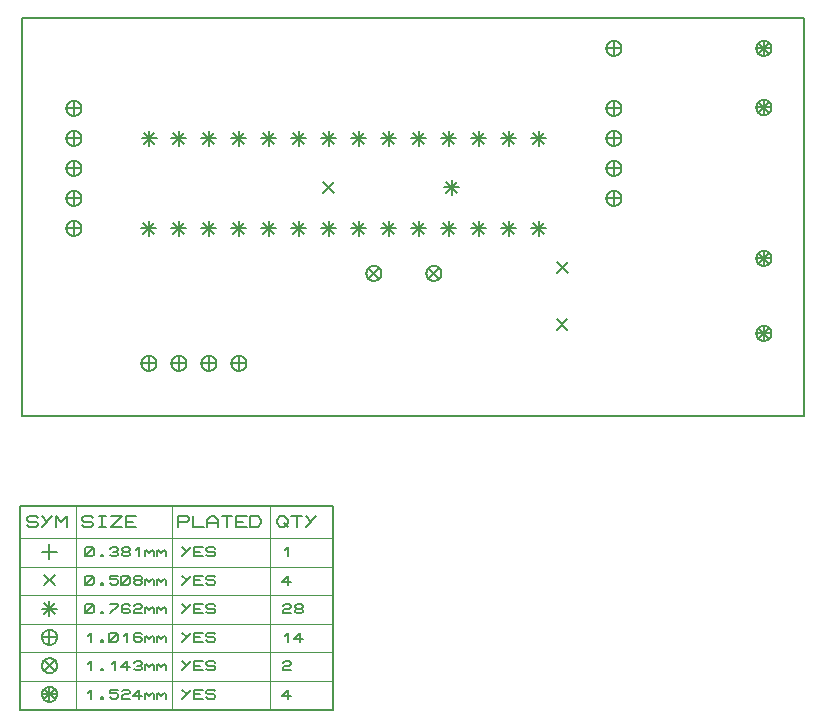
<source format=gbr>
G04 PROTEUS RS274X GERBER FILE*
%FSLAX45Y45*%
%MOMM*%
G01*
%ADD18C,0.203200*%
%ADD60C,0.127000*%
%ADD61C,0.063500*%
D18*
X+531044Y+6762722D02*
X+531044Y+6635722D01*
X+467544Y+6699222D02*
X+594544Y+6699222D01*
X+1424221Y+6062447D02*
X+1514023Y+5972645D01*
X+1424221Y+5972645D02*
X+1514023Y+6062447D01*
X+1422479Y+5581625D02*
X+1512281Y+5491823D01*
X+1422479Y+5491823D02*
X+1512281Y+5581625D01*
X+485362Y+6743342D02*
X+575164Y+6653540D01*
X+485362Y+6653540D02*
X+575164Y+6743342D01*
X-555541Y+6743342D02*
X-465739Y+6653540D01*
X-555541Y+6653540D02*
X-465739Y+6743342D01*
X-2603500Y+6350000D02*
X-2603717Y+6355247D01*
X-2605482Y+6365742D01*
X-2609174Y+6376237D01*
X-2615202Y+6386732D01*
X-2624424Y+6397112D01*
X-2634919Y+6404800D01*
X-2645414Y+6409718D01*
X-2655909Y+6412524D01*
X-2666404Y+6413497D01*
X-2667000Y+6413500D01*
X-2730500Y+6350000D02*
X-2730283Y+6355247D01*
X-2728518Y+6365742D01*
X-2724826Y+6376237D01*
X-2718798Y+6386732D01*
X-2709576Y+6397112D01*
X-2699081Y+6404800D01*
X-2688586Y+6409718D01*
X-2678091Y+6412524D01*
X-2667596Y+6413497D01*
X-2667000Y+6413500D01*
X-2730500Y+6350000D02*
X-2730283Y+6344753D01*
X-2728518Y+6334258D01*
X-2724826Y+6323763D01*
X-2718798Y+6313268D01*
X-2709576Y+6302888D01*
X-2699081Y+6295200D01*
X-2688586Y+6290282D01*
X-2678091Y+6287476D01*
X-2667596Y+6286503D01*
X-2667000Y+6286500D01*
X-2603500Y+6350000D02*
X-2603717Y+6344753D01*
X-2605482Y+6334258D01*
X-2609174Y+6323763D01*
X-2615202Y+6313268D01*
X-2624424Y+6302888D01*
X-2634919Y+6295200D01*
X-2645414Y+6290282D01*
X-2655909Y+6287476D01*
X-2666404Y+6286503D01*
X-2667000Y+6286500D01*
X-2667000Y+6413500D02*
X-2667000Y+6286500D01*
X-2730500Y+6350000D02*
X-2603500Y+6350000D01*
X-2603500Y+6604000D02*
X-2603717Y+6609247D01*
X-2605482Y+6619742D01*
X-2609174Y+6630237D01*
X-2615202Y+6640732D01*
X-2624424Y+6651112D01*
X-2634919Y+6658800D01*
X-2645414Y+6663718D01*
X-2655909Y+6666524D01*
X-2666404Y+6667497D01*
X-2667000Y+6667500D01*
X-2730500Y+6604000D02*
X-2730283Y+6609247D01*
X-2728518Y+6619742D01*
X-2724826Y+6630237D01*
X-2718798Y+6640732D01*
X-2709576Y+6651112D01*
X-2699081Y+6658800D01*
X-2688586Y+6663718D01*
X-2678091Y+6666524D01*
X-2667596Y+6667497D01*
X-2667000Y+6667500D01*
X-2730500Y+6604000D02*
X-2730283Y+6598753D01*
X-2728518Y+6588258D01*
X-2724826Y+6577763D01*
X-2718798Y+6567268D01*
X-2709576Y+6556888D01*
X-2699081Y+6549200D01*
X-2688586Y+6544282D01*
X-2678091Y+6541476D01*
X-2667596Y+6540503D01*
X-2667000Y+6540500D01*
X-2603500Y+6604000D02*
X-2603717Y+6598753D01*
X-2605482Y+6588258D01*
X-2609174Y+6577763D01*
X-2615202Y+6567268D01*
X-2624424Y+6556888D01*
X-2634919Y+6549200D01*
X-2645414Y+6544282D01*
X-2655909Y+6541476D01*
X-2666404Y+6540503D01*
X-2667000Y+6540500D01*
X-2667000Y+6667500D02*
X-2667000Y+6540500D01*
X-2730500Y+6604000D02*
X-2603500Y+6604000D01*
X-2603500Y+6858000D02*
X-2603717Y+6863247D01*
X-2605482Y+6873742D01*
X-2609174Y+6884237D01*
X-2615202Y+6894732D01*
X-2624424Y+6905112D01*
X-2634919Y+6912800D01*
X-2645414Y+6917718D01*
X-2655909Y+6920524D01*
X-2666404Y+6921497D01*
X-2667000Y+6921500D01*
X-2730500Y+6858000D02*
X-2730283Y+6863247D01*
X-2728518Y+6873742D01*
X-2724826Y+6884237D01*
X-2718798Y+6894732D01*
X-2709576Y+6905112D01*
X-2699081Y+6912800D01*
X-2688586Y+6917718D01*
X-2678091Y+6920524D01*
X-2667596Y+6921497D01*
X-2667000Y+6921500D01*
X-2730500Y+6858000D02*
X-2730283Y+6852753D01*
X-2728518Y+6842258D01*
X-2724826Y+6831763D01*
X-2718798Y+6821268D01*
X-2709576Y+6810888D01*
X-2699081Y+6803200D01*
X-2688586Y+6798282D01*
X-2678091Y+6795476D01*
X-2667596Y+6794503D01*
X-2667000Y+6794500D01*
X-2603500Y+6858000D02*
X-2603717Y+6852753D01*
X-2605482Y+6842258D01*
X-2609174Y+6831763D01*
X-2615202Y+6821268D01*
X-2624424Y+6810888D01*
X-2634919Y+6803200D01*
X-2645414Y+6798282D01*
X-2655909Y+6795476D01*
X-2666404Y+6794503D01*
X-2667000Y+6794500D01*
X-2667000Y+6921500D02*
X-2667000Y+6794500D01*
X-2730500Y+6858000D02*
X-2603500Y+6858000D01*
X-2603500Y+7112000D02*
X-2603717Y+7117247D01*
X-2605482Y+7127742D01*
X-2609174Y+7138237D01*
X-2615202Y+7148732D01*
X-2624424Y+7159112D01*
X-2634919Y+7166800D01*
X-2645414Y+7171718D01*
X-2655909Y+7174524D01*
X-2666404Y+7175497D01*
X-2667000Y+7175500D01*
X-2730500Y+7112000D02*
X-2730283Y+7117247D01*
X-2728518Y+7127742D01*
X-2724826Y+7138237D01*
X-2718798Y+7148732D01*
X-2709576Y+7159112D01*
X-2699081Y+7166800D01*
X-2688586Y+7171718D01*
X-2678091Y+7174524D01*
X-2667596Y+7175497D01*
X-2667000Y+7175500D01*
X-2730500Y+7112000D02*
X-2730283Y+7106753D01*
X-2728518Y+7096258D01*
X-2724826Y+7085763D01*
X-2718798Y+7075268D01*
X-2709576Y+7064888D01*
X-2699081Y+7057200D01*
X-2688586Y+7052282D01*
X-2678091Y+7049476D01*
X-2667596Y+7048503D01*
X-2667000Y+7048500D01*
X-2603500Y+7112000D02*
X-2603717Y+7106753D01*
X-2605482Y+7096258D01*
X-2609174Y+7085763D01*
X-2615202Y+7075268D01*
X-2624424Y+7064888D01*
X-2634919Y+7057200D01*
X-2645414Y+7052282D01*
X-2655909Y+7049476D01*
X-2666404Y+7048503D01*
X-2667000Y+7048500D01*
X-2667000Y+7175500D02*
X-2667000Y+7048500D01*
X-2730500Y+7112000D02*
X-2603500Y+7112000D01*
X-2603500Y+7366000D02*
X-2603717Y+7371247D01*
X-2605482Y+7381742D01*
X-2609174Y+7392237D01*
X-2615202Y+7402732D01*
X-2624424Y+7413112D01*
X-2634919Y+7420800D01*
X-2645414Y+7425718D01*
X-2655909Y+7428524D01*
X-2666404Y+7429497D01*
X-2667000Y+7429500D01*
X-2730500Y+7366000D02*
X-2730283Y+7371247D01*
X-2728518Y+7381742D01*
X-2724826Y+7392237D01*
X-2718798Y+7402732D01*
X-2709576Y+7413112D01*
X-2699081Y+7420800D01*
X-2688586Y+7425718D01*
X-2678091Y+7428524D01*
X-2667596Y+7429497D01*
X-2667000Y+7429500D01*
X-2730500Y+7366000D02*
X-2730283Y+7360753D01*
X-2728518Y+7350258D01*
X-2724826Y+7339763D01*
X-2718798Y+7329268D01*
X-2709576Y+7318888D01*
X-2699081Y+7311200D01*
X-2688586Y+7306282D01*
X-2678091Y+7303476D01*
X-2667596Y+7302503D01*
X-2667000Y+7302500D01*
X-2603500Y+7366000D02*
X-2603717Y+7360753D01*
X-2605482Y+7350258D01*
X-2609174Y+7339763D01*
X-2615202Y+7329268D01*
X-2624424Y+7318888D01*
X-2634919Y+7311200D01*
X-2645414Y+7306282D01*
X-2655909Y+7303476D01*
X-2666404Y+7302503D01*
X-2667000Y+7302500D01*
X-2667000Y+7429500D02*
X-2667000Y+7302500D01*
X-2730500Y+7366000D02*
X-2603500Y+7366000D01*
X+1968500Y+6604000D02*
X+1968283Y+6609247D01*
X+1966518Y+6619742D01*
X+1962826Y+6630237D01*
X+1956798Y+6640732D01*
X+1947576Y+6651112D01*
X+1937081Y+6658800D01*
X+1926586Y+6663718D01*
X+1916091Y+6666524D01*
X+1905596Y+6667497D01*
X+1905000Y+6667500D01*
X+1841500Y+6604000D02*
X+1841717Y+6609247D01*
X+1843482Y+6619742D01*
X+1847174Y+6630237D01*
X+1853202Y+6640732D01*
X+1862424Y+6651112D01*
X+1872919Y+6658800D01*
X+1883414Y+6663718D01*
X+1893909Y+6666524D01*
X+1904404Y+6667497D01*
X+1905000Y+6667500D01*
X+1841500Y+6604000D02*
X+1841717Y+6598753D01*
X+1843482Y+6588258D01*
X+1847174Y+6577763D01*
X+1853202Y+6567268D01*
X+1862424Y+6556888D01*
X+1872919Y+6549200D01*
X+1883414Y+6544282D01*
X+1893909Y+6541476D01*
X+1904404Y+6540503D01*
X+1905000Y+6540500D01*
X+1968500Y+6604000D02*
X+1968283Y+6598753D01*
X+1966518Y+6588258D01*
X+1962826Y+6577763D01*
X+1956798Y+6567268D01*
X+1947576Y+6556888D01*
X+1937081Y+6549200D01*
X+1926586Y+6544282D01*
X+1916091Y+6541476D01*
X+1905596Y+6540503D01*
X+1905000Y+6540500D01*
X+1905000Y+6667500D02*
X+1905000Y+6540500D01*
X+1841500Y+6604000D02*
X+1968500Y+6604000D01*
X+1968500Y+6858000D02*
X+1968283Y+6863247D01*
X+1966518Y+6873742D01*
X+1962826Y+6884237D01*
X+1956798Y+6894732D01*
X+1947576Y+6905112D01*
X+1937081Y+6912800D01*
X+1926586Y+6917718D01*
X+1916091Y+6920524D01*
X+1905596Y+6921497D01*
X+1905000Y+6921500D01*
X+1841500Y+6858000D02*
X+1841717Y+6863247D01*
X+1843482Y+6873742D01*
X+1847174Y+6884237D01*
X+1853202Y+6894732D01*
X+1862424Y+6905112D01*
X+1872919Y+6912800D01*
X+1883414Y+6917718D01*
X+1893909Y+6920524D01*
X+1904404Y+6921497D01*
X+1905000Y+6921500D01*
X+1841500Y+6858000D02*
X+1841717Y+6852753D01*
X+1843482Y+6842258D01*
X+1847174Y+6831763D01*
X+1853202Y+6821268D01*
X+1862424Y+6810888D01*
X+1872919Y+6803200D01*
X+1883414Y+6798282D01*
X+1893909Y+6795476D01*
X+1904404Y+6794503D01*
X+1905000Y+6794500D01*
X+1968500Y+6858000D02*
X+1968283Y+6852753D01*
X+1966518Y+6842258D01*
X+1962826Y+6831763D01*
X+1956798Y+6821268D01*
X+1947576Y+6810888D01*
X+1937081Y+6803200D01*
X+1926586Y+6798282D01*
X+1916091Y+6795476D01*
X+1905596Y+6794503D01*
X+1905000Y+6794500D01*
X+1905000Y+6921500D02*
X+1905000Y+6794500D01*
X+1841500Y+6858000D02*
X+1968500Y+6858000D01*
X+1968500Y+7366000D02*
X+1968283Y+7371247D01*
X+1966518Y+7381742D01*
X+1962826Y+7392237D01*
X+1956798Y+7402732D01*
X+1947576Y+7413112D01*
X+1937081Y+7420800D01*
X+1926586Y+7425718D01*
X+1916091Y+7428524D01*
X+1905596Y+7429497D01*
X+1905000Y+7429500D01*
X+1841500Y+7366000D02*
X+1841717Y+7371247D01*
X+1843482Y+7381742D01*
X+1847174Y+7392237D01*
X+1853202Y+7402732D01*
X+1862424Y+7413112D01*
X+1872919Y+7420800D01*
X+1883414Y+7425718D01*
X+1893909Y+7428524D01*
X+1904404Y+7429497D01*
X+1905000Y+7429500D01*
X+1841500Y+7366000D02*
X+1841717Y+7360753D01*
X+1843482Y+7350258D01*
X+1847174Y+7339763D01*
X+1853202Y+7329268D01*
X+1862424Y+7318888D01*
X+1872919Y+7311200D01*
X+1883414Y+7306282D01*
X+1893909Y+7303476D01*
X+1904404Y+7302503D01*
X+1905000Y+7302500D01*
X+1968500Y+7366000D02*
X+1968283Y+7360753D01*
X+1966518Y+7350258D01*
X+1962826Y+7339763D01*
X+1956798Y+7329268D01*
X+1947576Y+7318888D01*
X+1937081Y+7311200D01*
X+1926586Y+7306282D01*
X+1916091Y+7303476D01*
X+1905596Y+7302503D01*
X+1905000Y+7302500D01*
X+1905000Y+7429500D02*
X+1905000Y+7302500D01*
X+1841500Y+7366000D02*
X+1968500Y+7366000D01*
X+1968500Y+7112000D02*
X+1968283Y+7117247D01*
X+1966518Y+7127742D01*
X+1962826Y+7138237D01*
X+1956798Y+7148732D01*
X+1947576Y+7159112D01*
X+1937081Y+7166800D01*
X+1926586Y+7171718D01*
X+1916091Y+7174524D01*
X+1905596Y+7175497D01*
X+1905000Y+7175500D01*
X+1841500Y+7112000D02*
X+1841717Y+7117247D01*
X+1843482Y+7127742D01*
X+1847174Y+7138237D01*
X+1853202Y+7148732D01*
X+1862424Y+7159112D01*
X+1872919Y+7166800D01*
X+1883414Y+7171718D01*
X+1893909Y+7174524D01*
X+1904404Y+7175497D01*
X+1905000Y+7175500D01*
X+1841500Y+7112000D02*
X+1841717Y+7106753D01*
X+1843482Y+7096258D01*
X+1847174Y+7085763D01*
X+1853202Y+7075268D01*
X+1862424Y+7064888D01*
X+1872919Y+7057200D01*
X+1883414Y+7052282D01*
X+1893909Y+7049476D01*
X+1904404Y+7048503D01*
X+1905000Y+7048500D01*
X+1968500Y+7112000D02*
X+1968283Y+7106753D01*
X+1966518Y+7096258D01*
X+1962826Y+7085763D01*
X+1956798Y+7075268D01*
X+1947576Y+7064888D01*
X+1937081Y+7057200D01*
X+1926586Y+7052282D01*
X+1916091Y+7049476D01*
X+1905596Y+7048503D01*
X+1905000Y+7048500D01*
X+1905000Y+7175500D02*
X+1905000Y+7048500D01*
X+1841500Y+7112000D02*
X+1968500Y+7112000D01*
X-63500Y+5969000D02*
X-63717Y+5974247D01*
X-65482Y+5984742D01*
X-69174Y+5995237D01*
X-75202Y+6005732D01*
X-84424Y+6016112D01*
X-94919Y+6023800D01*
X-105414Y+6028718D01*
X-115909Y+6031524D01*
X-126404Y+6032497D01*
X-127000Y+6032500D01*
X-190500Y+5969000D02*
X-190283Y+5974247D01*
X-188518Y+5984742D01*
X-184826Y+5995237D01*
X-178798Y+6005732D01*
X-169576Y+6016112D01*
X-159081Y+6023800D01*
X-148586Y+6028718D01*
X-138091Y+6031524D01*
X-127596Y+6032497D01*
X-127000Y+6032500D01*
X-190500Y+5969000D02*
X-190283Y+5963753D01*
X-188518Y+5953258D01*
X-184826Y+5942763D01*
X-178798Y+5932268D01*
X-169576Y+5921888D01*
X-159081Y+5914200D01*
X-148586Y+5909282D01*
X-138091Y+5906476D01*
X-127596Y+5905503D01*
X-127000Y+5905500D01*
X-63500Y+5969000D02*
X-63717Y+5963753D01*
X-65482Y+5953258D01*
X-69174Y+5942763D01*
X-75202Y+5932268D01*
X-84424Y+5921888D01*
X-94919Y+5914200D01*
X-105414Y+5909282D01*
X-115909Y+5906476D01*
X-126404Y+5905503D01*
X-127000Y+5905500D01*
X-171901Y+6013901D02*
X-82099Y+5924099D01*
X-171901Y+5924099D02*
X-82099Y+6013901D01*
X+444500Y+5969000D02*
X+444283Y+5974247D01*
X+442518Y+5984742D01*
X+438826Y+5995237D01*
X+432798Y+6005732D01*
X+423576Y+6016112D01*
X+413081Y+6023800D01*
X+402586Y+6028718D01*
X+392091Y+6031524D01*
X+381596Y+6032497D01*
X+381000Y+6032500D01*
X+317500Y+5969000D02*
X+317717Y+5974247D01*
X+319482Y+5984742D01*
X+323174Y+5995237D01*
X+329202Y+6005732D01*
X+338424Y+6016112D01*
X+348919Y+6023800D01*
X+359414Y+6028718D01*
X+369909Y+6031524D01*
X+380404Y+6032497D01*
X+381000Y+6032500D01*
X+317500Y+5969000D02*
X+317717Y+5963753D01*
X+319482Y+5953258D01*
X+323174Y+5942763D01*
X+329202Y+5932268D01*
X+338424Y+5921888D01*
X+348919Y+5914200D01*
X+359414Y+5909282D01*
X+369909Y+5906476D01*
X+380404Y+5905503D01*
X+381000Y+5905500D01*
X+444500Y+5969000D02*
X+444283Y+5963753D01*
X+442518Y+5953258D01*
X+438826Y+5942763D01*
X+432798Y+5932268D01*
X+423576Y+5921888D01*
X+413081Y+5914200D01*
X+402586Y+5909282D01*
X+392091Y+5906476D01*
X+381596Y+5905503D01*
X+381000Y+5905500D01*
X+336099Y+6013901D02*
X+425901Y+5924099D01*
X+336099Y+5924099D02*
X+425901Y+6013901D01*
X-2032000Y+6413500D02*
X-2032000Y+6286500D01*
X-2095500Y+6350000D02*
X-1968500Y+6350000D01*
X-2076901Y+6394901D02*
X-1987099Y+6305099D01*
X-2076901Y+6305099D02*
X-1987099Y+6394901D01*
X-1778000Y+6413500D02*
X-1778000Y+6286500D01*
X-1841500Y+6350000D02*
X-1714500Y+6350000D01*
X-1822901Y+6394901D02*
X-1733099Y+6305099D01*
X-1822901Y+6305099D02*
X-1733099Y+6394901D01*
X-1524000Y+6413500D02*
X-1524000Y+6286500D01*
X-1587500Y+6350000D02*
X-1460500Y+6350000D01*
X-1568901Y+6394901D02*
X-1479099Y+6305099D01*
X-1568901Y+6305099D02*
X-1479099Y+6394901D01*
X-1270000Y+6413500D02*
X-1270000Y+6286500D01*
X-1333500Y+6350000D02*
X-1206500Y+6350000D01*
X-1314901Y+6394901D02*
X-1225099Y+6305099D01*
X-1314901Y+6305099D02*
X-1225099Y+6394901D01*
X-1016000Y+6413500D02*
X-1016000Y+6286500D01*
X-1079500Y+6350000D02*
X-952500Y+6350000D01*
X-1060901Y+6394901D02*
X-971099Y+6305099D01*
X-1060901Y+6305099D02*
X-971099Y+6394901D01*
X-762000Y+6413500D02*
X-762000Y+6286500D01*
X-825500Y+6350000D02*
X-698500Y+6350000D01*
X-806901Y+6394901D02*
X-717099Y+6305099D01*
X-806901Y+6305099D02*
X-717099Y+6394901D01*
X-508000Y+6413500D02*
X-508000Y+6286500D01*
X-571500Y+6350000D02*
X-444500Y+6350000D01*
X-552901Y+6394901D02*
X-463099Y+6305099D01*
X-552901Y+6305099D02*
X-463099Y+6394901D01*
X-254000Y+6413500D02*
X-254000Y+6286500D01*
X-317500Y+6350000D02*
X-190500Y+6350000D01*
X-298901Y+6394901D02*
X-209099Y+6305099D01*
X-298901Y+6305099D02*
X-209099Y+6394901D01*
X+0Y+6413500D02*
X+0Y+6286500D01*
X-63500Y+6350000D02*
X+63500Y+6350000D01*
X-44901Y+6394901D02*
X+44901Y+6305099D01*
X-44901Y+6305099D02*
X+44901Y+6394901D01*
X+254000Y+6413500D02*
X+254000Y+6286500D01*
X+190500Y+6350000D02*
X+317500Y+6350000D01*
X+209099Y+6394901D02*
X+298901Y+6305099D01*
X+209099Y+6305099D02*
X+298901Y+6394901D01*
X+508000Y+6413500D02*
X+508000Y+6286500D01*
X+444500Y+6350000D02*
X+571500Y+6350000D01*
X+463099Y+6394901D02*
X+552901Y+6305099D01*
X+463099Y+6305099D02*
X+552901Y+6394901D01*
X+762000Y+6413500D02*
X+762000Y+6286500D01*
X+698500Y+6350000D02*
X+825500Y+6350000D01*
X+717099Y+6394901D02*
X+806901Y+6305099D01*
X+717099Y+6305099D02*
X+806901Y+6394901D01*
X+1016000Y+6413500D02*
X+1016000Y+6286500D01*
X+952500Y+6350000D02*
X+1079500Y+6350000D01*
X+971099Y+6394901D02*
X+1060901Y+6305099D01*
X+971099Y+6305099D02*
X+1060901Y+6394901D01*
X+1270000Y+6413500D02*
X+1270000Y+6286500D01*
X+1206500Y+6350000D02*
X+1333500Y+6350000D01*
X+1225099Y+6394901D02*
X+1314901Y+6305099D01*
X+1225099Y+6305099D02*
X+1314901Y+6394901D01*
X+1270000Y+7175500D02*
X+1270000Y+7048500D01*
X+1206500Y+7112000D02*
X+1333500Y+7112000D01*
X+1225099Y+7156901D02*
X+1314901Y+7067099D01*
X+1225099Y+7067099D02*
X+1314901Y+7156901D01*
X+1016000Y+7175500D02*
X+1016000Y+7048500D01*
X+952500Y+7112000D02*
X+1079500Y+7112000D01*
X+971099Y+7156901D02*
X+1060901Y+7067099D01*
X+971099Y+7067099D02*
X+1060901Y+7156901D01*
X+762000Y+7175500D02*
X+762000Y+7048500D01*
X+698500Y+7112000D02*
X+825500Y+7112000D01*
X+717099Y+7156901D02*
X+806901Y+7067099D01*
X+717099Y+7067099D02*
X+806901Y+7156901D01*
X+508000Y+7175500D02*
X+508000Y+7048500D01*
X+444500Y+7112000D02*
X+571500Y+7112000D01*
X+463099Y+7156901D02*
X+552901Y+7067099D01*
X+463099Y+7067099D02*
X+552901Y+7156901D01*
X+254000Y+7175500D02*
X+254000Y+7048500D01*
X+190500Y+7112000D02*
X+317500Y+7112000D01*
X+209099Y+7156901D02*
X+298901Y+7067099D01*
X+209099Y+7067099D02*
X+298901Y+7156901D01*
X+0Y+7175500D02*
X+0Y+7048500D01*
X-63500Y+7112000D02*
X+63500Y+7112000D01*
X-44901Y+7156901D02*
X+44901Y+7067099D01*
X-44901Y+7067099D02*
X+44901Y+7156901D01*
X-254000Y+7175500D02*
X-254000Y+7048500D01*
X-317500Y+7112000D02*
X-190500Y+7112000D01*
X-298901Y+7156901D02*
X-209099Y+7067099D01*
X-298901Y+7067099D02*
X-209099Y+7156901D01*
X-508000Y+7175500D02*
X-508000Y+7048500D01*
X-571500Y+7112000D02*
X-444500Y+7112000D01*
X-552901Y+7156901D02*
X-463099Y+7067099D01*
X-552901Y+7067099D02*
X-463099Y+7156901D01*
X-762000Y+7175500D02*
X-762000Y+7048500D01*
X-825500Y+7112000D02*
X-698500Y+7112000D01*
X-806901Y+7156901D02*
X-717099Y+7067099D01*
X-806901Y+7067099D02*
X-717099Y+7156901D01*
X-1016000Y+7175500D02*
X-1016000Y+7048500D01*
X-1079500Y+7112000D02*
X-952500Y+7112000D01*
X-1060901Y+7156901D02*
X-971099Y+7067099D01*
X-1060901Y+7067099D02*
X-971099Y+7156901D01*
X-1270000Y+7175500D02*
X-1270000Y+7048500D01*
X-1333500Y+7112000D02*
X-1206500Y+7112000D01*
X-1314901Y+7156901D02*
X-1225099Y+7067099D01*
X-1314901Y+7067099D02*
X-1225099Y+7156901D01*
X-1524000Y+7175500D02*
X-1524000Y+7048500D01*
X-1587500Y+7112000D02*
X-1460500Y+7112000D01*
X-1568901Y+7156901D02*
X-1479099Y+7067099D01*
X-1568901Y+7067099D02*
X-1479099Y+7156901D01*
X-1778000Y+7175500D02*
X-1778000Y+7048500D01*
X-1841500Y+7112000D02*
X-1714500Y+7112000D01*
X-1822901Y+7156901D02*
X-1733099Y+7067099D01*
X-1822901Y+7067099D02*
X-1733099Y+7156901D01*
X-2030000Y+7175500D02*
X-2030000Y+7048500D01*
X-2093500Y+7112000D02*
X-1966500Y+7112000D01*
X-2074901Y+7156901D02*
X-1985099Y+7067099D01*
X-2074901Y+7067099D02*
X-1985099Y+7156901D01*
X-1714500Y+5207000D02*
X-1714717Y+5212247D01*
X-1716482Y+5222742D01*
X-1720174Y+5233237D01*
X-1726202Y+5243732D01*
X-1735424Y+5254112D01*
X-1745919Y+5261800D01*
X-1756414Y+5266718D01*
X-1766909Y+5269524D01*
X-1777404Y+5270497D01*
X-1778000Y+5270500D01*
X-1841500Y+5207000D02*
X-1841283Y+5212247D01*
X-1839518Y+5222742D01*
X-1835826Y+5233237D01*
X-1829798Y+5243732D01*
X-1820576Y+5254112D01*
X-1810081Y+5261800D01*
X-1799586Y+5266718D01*
X-1789091Y+5269524D01*
X-1778596Y+5270497D01*
X-1778000Y+5270500D01*
X-1841500Y+5207000D02*
X-1841283Y+5201753D01*
X-1839518Y+5191258D01*
X-1835826Y+5180763D01*
X-1829798Y+5170268D01*
X-1820576Y+5159888D01*
X-1810081Y+5152200D01*
X-1799586Y+5147282D01*
X-1789091Y+5144476D01*
X-1778596Y+5143503D01*
X-1778000Y+5143500D01*
X-1714500Y+5207000D02*
X-1714717Y+5201753D01*
X-1716482Y+5191258D01*
X-1720174Y+5180763D01*
X-1726202Y+5170268D01*
X-1735424Y+5159888D01*
X-1745919Y+5152200D01*
X-1756414Y+5147282D01*
X-1766909Y+5144476D01*
X-1777404Y+5143503D01*
X-1778000Y+5143500D01*
X-1778000Y+5270500D02*
X-1778000Y+5143500D01*
X-1841500Y+5207000D02*
X-1714500Y+5207000D01*
X-1460500Y+5207000D02*
X-1460717Y+5212247D01*
X-1462482Y+5222742D01*
X-1466174Y+5233237D01*
X-1472202Y+5243732D01*
X-1481424Y+5254112D01*
X-1491919Y+5261800D01*
X-1502414Y+5266718D01*
X-1512909Y+5269524D01*
X-1523404Y+5270497D01*
X-1524000Y+5270500D01*
X-1587500Y+5207000D02*
X-1587283Y+5212247D01*
X-1585518Y+5222742D01*
X-1581826Y+5233237D01*
X-1575798Y+5243732D01*
X-1566576Y+5254112D01*
X-1556081Y+5261800D01*
X-1545586Y+5266718D01*
X-1535091Y+5269524D01*
X-1524596Y+5270497D01*
X-1524000Y+5270500D01*
X-1587500Y+5207000D02*
X-1587283Y+5201753D01*
X-1585518Y+5191258D01*
X-1581826Y+5180763D01*
X-1575798Y+5170268D01*
X-1566576Y+5159888D01*
X-1556081Y+5152200D01*
X-1545586Y+5147282D01*
X-1535091Y+5144476D01*
X-1524596Y+5143503D01*
X-1524000Y+5143500D01*
X-1460500Y+5207000D02*
X-1460717Y+5201753D01*
X-1462482Y+5191258D01*
X-1466174Y+5180763D01*
X-1472202Y+5170268D01*
X-1481424Y+5159888D01*
X-1491919Y+5152200D01*
X-1502414Y+5147282D01*
X-1512909Y+5144476D01*
X-1523404Y+5143503D01*
X-1524000Y+5143500D01*
X-1524000Y+5270500D02*
X-1524000Y+5143500D01*
X-1587500Y+5207000D02*
X-1460500Y+5207000D01*
X-1206500Y+5207000D02*
X-1206717Y+5212247D01*
X-1208482Y+5222742D01*
X-1212174Y+5233237D01*
X-1218202Y+5243732D01*
X-1227424Y+5254112D01*
X-1237919Y+5261800D01*
X-1248414Y+5266718D01*
X-1258909Y+5269524D01*
X-1269404Y+5270497D01*
X-1270000Y+5270500D01*
X-1333500Y+5207000D02*
X-1333283Y+5212247D01*
X-1331518Y+5222742D01*
X-1327826Y+5233237D01*
X-1321798Y+5243732D01*
X-1312576Y+5254112D01*
X-1302081Y+5261800D01*
X-1291586Y+5266718D01*
X-1281091Y+5269524D01*
X-1270596Y+5270497D01*
X-1270000Y+5270500D01*
X-1333500Y+5207000D02*
X-1333283Y+5201753D01*
X-1331518Y+5191258D01*
X-1327826Y+5180763D01*
X-1321798Y+5170268D01*
X-1312576Y+5159888D01*
X-1302081Y+5152200D01*
X-1291586Y+5147282D01*
X-1281091Y+5144476D01*
X-1270596Y+5143503D01*
X-1270000Y+5143500D01*
X-1206500Y+5207000D02*
X-1206717Y+5201753D01*
X-1208482Y+5191258D01*
X-1212174Y+5180763D01*
X-1218202Y+5170268D01*
X-1227424Y+5159888D01*
X-1237919Y+5152200D01*
X-1248414Y+5147282D01*
X-1258909Y+5144476D01*
X-1269404Y+5143503D01*
X-1270000Y+5143500D01*
X-1270000Y+5270500D02*
X-1270000Y+5143500D01*
X-1333500Y+5207000D02*
X-1206500Y+5207000D01*
X+1968500Y+7874000D02*
X+1968283Y+7879247D01*
X+1966518Y+7889742D01*
X+1962826Y+7900237D01*
X+1956798Y+7910732D01*
X+1947576Y+7921112D01*
X+1937081Y+7928800D01*
X+1926586Y+7933718D01*
X+1916091Y+7936524D01*
X+1905596Y+7937497D01*
X+1905000Y+7937500D01*
X+1841500Y+7874000D02*
X+1841717Y+7879247D01*
X+1843482Y+7889742D01*
X+1847174Y+7900237D01*
X+1853202Y+7910732D01*
X+1862424Y+7921112D01*
X+1872919Y+7928800D01*
X+1883414Y+7933718D01*
X+1893909Y+7936524D01*
X+1904404Y+7937497D01*
X+1905000Y+7937500D01*
X+1841500Y+7874000D02*
X+1841717Y+7868753D01*
X+1843482Y+7858258D01*
X+1847174Y+7847763D01*
X+1853202Y+7837268D01*
X+1862424Y+7826888D01*
X+1872919Y+7819200D01*
X+1883414Y+7814282D01*
X+1893909Y+7811476D01*
X+1904404Y+7810503D01*
X+1905000Y+7810500D01*
X+1968500Y+7874000D02*
X+1968283Y+7868753D01*
X+1966518Y+7858258D01*
X+1962826Y+7847763D01*
X+1956798Y+7837268D01*
X+1947576Y+7826888D01*
X+1937081Y+7819200D01*
X+1926586Y+7814282D01*
X+1916091Y+7811476D01*
X+1905596Y+7810503D01*
X+1905000Y+7810500D01*
X+1905000Y+7937500D02*
X+1905000Y+7810500D01*
X+1841500Y+7874000D02*
X+1968500Y+7874000D01*
X-1968500Y+5207000D02*
X-1968717Y+5212247D01*
X-1970482Y+5222742D01*
X-1974174Y+5233237D01*
X-1980202Y+5243732D01*
X-1989424Y+5254112D01*
X-1999919Y+5261800D01*
X-2010414Y+5266718D01*
X-2020909Y+5269524D01*
X-2031404Y+5270497D01*
X-2032000Y+5270500D01*
X-2095500Y+5207000D02*
X-2095283Y+5212247D01*
X-2093518Y+5222742D01*
X-2089826Y+5233237D01*
X-2083798Y+5243732D01*
X-2074576Y+5254112D01*
X-2064081Y+5261800D01*
X-2053586Y+5266718D01*
X-2043091Y+5269524D01*
X-2032596Y+5270497D01*
X-2032000Y+5270500D01*
X-2095500Y+5207000D02*
X-2095283Y+5201753D01*
X-2093518Y+5191258D01*
X-2089826Y+5180763D01*
X-2083798Y+5170268D01*
X-2074576Y+5159888D01*
X-2064081Y+5152200D01*
X-2053586Y+5147282D01*
X-2043091Y+5144476D01*
X-2032596Y+5143503D01*
X-2032000Y+5143500D01*
X-1968500Y+5207000D02*
X-1968717Y+5201753D01*
X-1970482Y+5191258D01*
X-1974174Y+5180763D01*
X-1980202Y+5170268D01*
X-1989424Y+5159888D01*
X-1999919Y+5152200D01*
X-2010414Y+5147282D01*
X-2020909Y+5144476D01*
X-2031404Y+5143503D01*
X-2032000Y+5143500D01*
X-2032000Y+5270500D02*
X-2032000Y+5143500D01*
X-2095500Y+5207000D02*
X-1968500Y+5207000D01*
X+3238500Y+7374000D02*
X+3238283Y+7379247D01*
X+3236518Y+7389742D01*
X+3232826Y+7400237D01*
X+3226798Y+7410732D01*
X+3217576Y+7421112D01*
X+3207081Y+7428800D01*
X+3196586Y+7433718D01*
X+3186091Y+7436524D01*
X+3175596Y+7437497D01*
X+3175000Y+7437500D01*
X+3111500Y+7374000D02*
X+3111717Y+7379247D01*
X+3113482Y+7389742D01*
X+3117174Y+7400237D01*
X+3123202Y+7410732D01*
X+3132424Y+7421112D01*
X+3142919Y+7428800D01*
X+3153414Y+7433718D01*
X+3163909Y+7436524D01*
X+3174404Y+7437497D01*
X+3175000Y+7437500D01*
X+3111500Y+7374000D02*
X+3111717Y+7368753D01*
X+3113482Y+7358258D01*
X+3117174Y+7347763D01*
X+3123202Y+7337268D01*
X+3132424Y+7326888D01*
X+3142919Y+7319200D01*
X+3153414Y+7314282D01*
X+3163909Y+7311476D01*
X+3174404Y+7310503D01*
X+3175000Y+7310500D01*
X+3238500Y+7374000D02*
X+3238283Y+7368753D01*
X+3236518Y+7358258D01*
X+3232826Y+7347763D01*
X+3226798Y+7337268D01*
X+3217576Y+7326888D01*
X+3207081Y+7319200D01*
X+3196586Y+7314282D01*
X+3186091Y+7311476D01*
X+3175596Y+7310503D01*
X+3175000Y+7310500D01*
X+3175000Y+7437500D02*
X+3175000Y+7310500D01*
X+3111500Y+7374000D02*
X+3238500Y+7374000D01*
X+3238283Y+7379247D01*
X+3236518Y+7389742D01*
X+3232826Y+7400237D01*
X+3226798Y+7410732D01*
X+3217576Y+7421112D01*
X+3207081Y+7428800D01*
X+3196586Y+7433718D01*
X+3186091Y+7436524D01*
X+3175596Y+7437497D01*
X+3175000Y+7437500D01*
X+3111500Y+7374000D02*
X+3111717Y+7379247D01*
X+3113482Y+7389742D01*
X+3117174Y+7400237D01*
X+3123202Y+7410732D01*
X+3132424Y+7421112D01*
X+3142919Y+7428800D01*
X+3153414Y+7433718D01*
X+3163909Y+7436524D01*
X+3174404Y+7437497D01*
X+3175000Y+7437500D01*
X+3111500Y+7374000D02*
X+3111717Y+7368753D01*
X+3113482Y+7358258D01*
X+3117174Y+7347763D01*
X+3123202Y+7337268D01*
X+3132424Y+7326888D01*
X+3142919Y+7319200D01*
X+3153414Y+7314282D01*
X+3163909Y+7311476D01*
X+3174404Y+7310503D01*
X+3175000Y+7310500D01*
X+3238500Y+7374000D02*
X+3238283Y+7368753D01*
X+3236518Y+7358258D01*
X+3232826Y+7347763D01*
X+3226798Y+7337268D01*
X+3217576Y+7326888D01*
X+3207081Y+7319200D01*
X+3196586Y+7314282D01*
X+3186091Y+7311476D01*
X+3175596Y+7310503D01*
X+3175000Y+7310500D01*
X+3130099Y+7418901D02*
X+3219901Y+7329099D01*
X+3130099Y+7329099D02*
X+3219901Y+7418901D01*
X+3238500Y+7874000D02*
X+3238283Y+7879247D01*
X+3236518Y+7889742D01*
X+3232826Y+7900237D01*
X+3226798Y+7910732D01*
X+3217576Y+7921112D01*
X+3207081Y+7928800D01*
X+3196586Y+7933718D01*
X+3186091Y+7936524D01*
X+3175596Y+7937497D01*
X+3175000Y+7937500D01*
X+3111500Y+7874000D02*
X+3111717Y+7879247D01*
X+3113482Y+7889742D01*
X+3117174Y+7900237D01*
X+3123202Y+7910732D01*
X+3132424Y+7921112D01*
X+3142919Y+7928800D01*
X+3153414Y+7933718D01*
X+3163909Y+7936524D01*
X+3174404Y+7937497D01*
X+3175000Y+7937500D01*
X+3111500Y+7874000D02*
X+3111717Y+7868753D01*
X+3113482Y+7858258D01*
X+3117174Y+7847763D01*
X+3123202Y+7837268D01*
X+3132424Y+7826888D01*
X+3142919Y+7819200D01*
X+3153414Y+7814282D01*
X+3163909Y+7811476D01*
X+3174404Y+7810503D01*
X+3175000Y+7810500D01*
X+3238500Y+7874000D02*
X+3238283Y+7868753D01*
X+3236518Y+7858258D01*
X+3232826Y+7847763D01*
X+3226798Y+7837268D01*
X+3217576Y+7826888D01*
X+3207081Y+7819200D01*
X+3196586Y+7814282D01*
X+3186091Y+7811476D01*
X+3175596Y+7810503D01*
X+3175000Y+7810500D01*
X+3175000Y+7937500D02*
X+3175000Y+7810500D01*
X+3111500Y+7874000D02*
X+3238500Y+7874000D01*
X+3238283Y+7879247D01*
X+3236518Y+7889742D01*
X+3232826Y+7900237D01*
X+3226798Y+7910732D01*
X+3217576Y+7921112D01*
X+3207081Y+7928800D01*
X+3196586Y+7933718D01*
X+3186091Y+7936524D01*
X+3175596Y+7937497D01*
X+3175000Y+7937500D01*
X+3111500Y+7874000D02*
X+3111717Y+7879247D01*
X+3113482Y+7889742D01*
X+3117174Y+7900237D01*
X+3123202Y+7910732D01*
X+3132424Y+7921112D01*
X+3142919Y+7928800D01*
X+3153414Y+7933718D01*
X+3163909Y+7936524D01*
X+3174404Y+7937497D01*
X+3175000Y+7937500D01*
X+3111500Y+7874000D02*
X+3111717Y+7868753D01*
X+3113482Y+7858258D01*
X+3117174Y+7847763D01*
X+3123202Y+7837268D01*
X+3132424Y+7826888D01*
X+3142919Y+7819200D01*
X+3153414Y+7814282D01*
X+3163909Y+7811476D01*
X+3174404Y+7810503D01*
X+3175000Y+7810500D01*
X+3238500Y+7874000D02*
X+3238283Y+7868753D01*
X+3236518Y+7858258D01*
X+3232826Y+7847763D01*
X+3226798Y+7837268D01*
X+3217576Y+7826888D01*
X+3207081Y+7819200D01*
X+3196586Y+7814282D01*
X+3186091Y+7811476D01*
X+3175596Y+7810503D01*
X+3175000Y+7810500D01*
X+3130099Y+7918901D02*
X+3219901Y+7829099D01*
X+3130099Y+7829099D02*
X+3219901Y+7918901D01*
X+3238500Y+6096000D02*
X+3238283Y+6101247D01*
X+3236518Y+6111742D01*
X+3232826Y+6122237D01*
X+3226798Y+6132732D01*
X+3217576Y+6143112D01*
X+3207081Y+6150800D01*
X+3196586Y+6155718D01*
X+3186091Y+6158524D01*
X+3175596Y+6159497D01*
X+3175000Y+6159500D01*
X+3111500Y+6096000D02*
X+3111717Y+6101247D01*
X+3113482Y+6111742D01*
X+3117174Y+6122237D01*
X+3123202Y+6132732D01*
X+3132424Y+6143112D01*
X+3142919Y+6150800D01*
X+3153414Y+6155718D01*
X+3163909Y+6158524D01*
X+3174404Y+6159497D01*
X+3175000Y+6159500D01*
X+3111500Y+6096000D02*
X+3111717Y+6090753D01*
X+3113482Y+6080258D01*
X+3117174Y+6069763D01*
X+3123202Y+6059268D01*
X+3132424Y+6048888D01*
X+3142919Y+6041200D01*
X+3153414Y+6036282D01*
X+3163909Y+6033476D01*
X+3174404Y+6032503D01*
X+3175000Y+6032500D01*
X+3238500Y+6096000D02*
X+3238283Y+6090753D01*
X+3236518Y+6080258D01*
X+3232826Y+6069763D01*
X+3226798Y+6059268D01*
X+3217576Y+6048888D01*
X+3207081Y+6041200D01*
X+3196586Y+6036282D01*
X+3186091Y+6033476D01*
X+3175596Y+6032503D01*
X+3175000Y+6032500D01*
X+3175000Y+6159500D02*
X+3175000Y+6032500D01*
X+3111500Y+6096000D02*
X+3238500Y+6096000D01*
X+3238283Y+6101247D01*
X+3236518Y+6111742D01*
X+3232826Y+6122237D01*
X+3226798Y+6132732D01*
X+3217576Y+6143112D01*
X+3207081Y+6150800D01*
X+3196586Y+6155718D01*
X+3186091Y+6158524D01*
X+3175596Y+6159497D01*
X+3175000Y+6159500D01*
X+3111500Y+6096000D02*
X+3111717Y+6101247D01*
X+3113482Y+6111742D01*
X+3117174Y+6122237D01*
X+3123202Y+6132732D01*
X+3132424Y+6143112D01*
X+3142919Y+6150800D01*
X+3153414Y+6155718D01*
X+3163909Y+6158524D01*
X+3174404Y+6159497D01*
X+3175000Y+6159500D01*
X+3111500Y+6096000D02*
X+3111717Y+6090753D01*
X+3113482Y+6080258D01*
X+3117174Y+6069763D01*
X+3123202Y+6059268D01*
X+3132424Y+6048888D01*
X+3142919Y+6041200D01*
X+3153414Y+6036282D01*
X+3163909Y+6033476D01*
X+3174404Y+6032503D01*
X+3175000Y+6032500D01*
X+3238500Y+6096000D02*
X+3238283Y+6090753D01*
X+3236518Y+6080258D01*
X+3232826Y+6069763D01*
X+3226798Y+6059268D01*
X+3217576Y+6048888D01*
X+3207081Y+6041200D01*
X+3196586Y+6036282D01*
X+3186091Y+6033476D01*
X+3175596Y+6032503D01*
X+3175000Y+6032500D01*
X+3130099Y+6140901D02*
X+3219901Y+6051099D01*
X+3130099Y+6051099D02*
X+3219901Y+6140901D01*
X+3238500Y+5461000D02*
X+3238283Y+5466247D01*
X+3236518Y+5476742D01*
X+3232826Y+5487237D01*
X+3226798Y+5497732D01*
X+3217576Y+5508112D01*
X+3207081Y+5515800D01*
X+3196586Y+5520718D01*
X+3186091Y+5523524D01*
X+3175596Y+5524497D01*
X+3175000Y+5524500D01*
X+3111500Y+5461000D02*
X+3111717Y+5466247D01*
X+3113482Y+5476742D01*
X+3117174Y+5487237D01*
X+3123202Y+5497732D01*
X+3132424Y+5508112D01*
X+3142919Y+5515800D01*
X+3153414Y+5520718D01*
X+3163909Y+5523524D01*
X+3174404Y+5524497D01*
X+3175000Y+5524500D01*
X+3111500Y+5461000D02*
X+3111717Y+5455753D01*
X+3113482Y+5445258D01*
X+3117174Y+5434763D01*
X+3123202Y+5424268D01*
X+3132424Y+5413888D01*
X+3142919Y+5406200D01*
X+3153414Y+5401282D01*
X+3163909Y+5398476D01*
X+3174404Y+5397503D01*
X+3175000Y+5397500D01*
X+3238500Y+5461000D02*
X+3238283Y+5455753D01*
X+3236518Y+5445258D01*
X+3232826Y+5434763D01*
X+3226798Y+5424268D01*
X+3217576Y+5413888D01*
X+3207081Y+5406200D01*
X+3196586Y+5401282D01*
X+3186091Y+5398476D01*
X+3175596Y+5397503D01*
X+3175000Y+5397500D01*
X+3175000Y+5524500D02*
X+3175000Y+5397500D01*
X+3111500Y+5461000D02*
X+3238500Y+5461000D01*
X+3238283Y+5466247D01*
X+3236518Y+5476742D01*
X+3232826Y+5487237D01*
X+3226798Y+5497732D01*
X+3217576Y+5508112D01*
X+3207081Y+5515800D01*
X+3196586Y+5520718D01*
X+3186091Y+5523524D01*
X+3175596Y+5524497D01*
X+3175000Y+5524500D01*
X+3111500Y+5461000D02*
X+3111717Y+5466247D01*
X+3113482Y+5476742D01*
X+3117174Y+5487237D01*
X+3123202Y+5497732D01*
X+3132424Y+5508112D01*
X+3142919Y+5515800D01*
X+3153414Y+5520718D01*
X+3163909Y+5523524D01*
X+3174404Y+5524497D01*
X+3175000Y+5524500D01*
X+3111500Y+5461000D02*
X+3111717Y+5455753D01*
X+3113482Y+5445258D01*
X+3117174Y+5434763D01*
X+3123202Y+5424268D01*
X+3132424Y+5413888D01*
X+3142919Y+5406200D01*
X+3153414Y+5401282D01*
X+3163909Y+5398476D01*
X+3174404Y+5397503D01*
X+3175000Y+5397500D01*
X+3238500Y+5461000D02*
X+3238283Y+5455753D01*
X+3236518Y+5445258D01*
X+3232826Y+5434763D01*
X+3226798Y+5424268D01*
X+3217576Y+5413888D01*
X+3207081Y+5406200D01*
X+3196586Y+5401282D01*
X+3186091Y+5398476D01*
X+3175596Y+5397503D01*
X+3175000Y+5397500D01*
X+3130099Y+5505901D02*
X+3219901Y+5416099D01*
X+3130099Y+5416099D02*
X+3219901Y+5505901D01*
X-3108960Y+4765040D02*
X+3512000Y+4765040D01*
X+3512000Y+8128000D01*
X-3108960Y+8128000D01*
X-3108960Y+4765040D01*
D60*
X-3119120Y+2273300D02*
X-474980Y+2273300D01*
X-474980Y+4000500D01*
X-3119120Y+4000500D01*
X-3119120Y+2273300D01*
D61*
X-2651758Y+4000500D02*
X-2651758Y+2273300D01*
X-1838958Y+4000500D02*
X-1838958Y+2273300D01*
X-1005838Y+4000500D02*
X-1005838Y+2273300D01*
X-3119120Y+3727450D02*
X-474980Y+3727450D01*
X-3119120Y+3486150D02*
X-474980Y+3486150D01*
X-3119120Y+3244850D02*
X-474980Y+3244850D01*
X-3119120Y+3003550D02*
X-474980Y+3003550D01*
X-3119120Y+2762250D02*
X-474980Y+2762250D01*
X-3119120Y+2520950D02*
X-474980Y+2520950D01*
D60*
X-3061970Y+3836670D02*
X-3046730Y+3821430D01*
X-2985770Y+3821430D01*
X-2970530Y+3836670D01*
X-2970530Y+3851910D01*
X-2985770Y+3867150D01*
X-3046730Y+3867150D01*
X-3061970Y+3882390D01*
X-3061970Y+3897630D01*
X-3046730Y+3912870D01*
X-2985770Y+3912870D01*
X-2970530Y+3897630D01*
X-2848610Y+3912870D02*
X-2940050Y+3821430D01*
X-2940050Y+3912870D02*
X-2894330Y+3867150D01*
X-2818130Y+3821430D02*
X-2818130Y+3912870D01*
X-2772410Y+3867150D01*
X-2726690Y+3912870D01*
X-2726690Y+3821430D01*
X-2594610Y+3836670D02*
X-2579370Y+3821430D01*
X-2518410Y+3821430D01*
X-2503170Y+3836670D01*
X-2503170Y+3851910D01*
X-2518410Y+3867150D01*
X-2579370Y+3867150D01*
X-2594610Y+3882390D01*
X-2594610Y+3897630D01*
X-2579370Y+3912870D01*
X-2518410Y+3912870D01*
X-2503170Y+3897630D01*
X-2457450Y+3912870D02*
X-2396490Y+3912870D01*
X-2426970Y+3912870D02*
X-2426970Y+3821430D01*
X-2457450Y+3821430D02*
X-2396490Y+3821430D01*
X-2350770Y+3912870D02*
X-2259330Y+3912870D01*
X-2350770Y+3821430D01*
X-2259330Y+3821430D01*
X-2137410Y+3821430D02*
X-2228850Y+3821430D01*
X-2228850Y+3912870D01*
X-2137410Y+3912870D01*
X-2228850Y+3867150D02*
X-2167890Y+3867150D01*
X-1781810Y+3821430D02*
X-1781810Y+3912870D01*
X-1705610Y+3912870D01*
X-1690370Y+3897630D01*
X-1690370Y+3882390D01*
X-1705610Y+3867150D01*
X-1781810Y+3867150D01*
X-1659890Y+3912870D02*
X-1659890Y+3821430D01*
X-1568450Y+3821430D01*
X-1537970Y+3821430D02*
X-1537970Y+3882390D01*
X-1507490Y+3912870D01*
X-1477010Y+3912870D01*
X-1446530Y+3882390D01*
X-1446530Y+3821430D01*
X-1537970Y+3851910D02*
X-1446530Y+3851910D01*
X-1416050Y+3912870D02*
X-1324610Y+3912870D01*
X-1370330Y+3912870D02*
X-1370330Y+3821430D01*
X-1202690Y+3821430D02*
X-1294130Y+3821430D01*
X-1294130Y+3912870D01*
X-1202690Y+3912870D01*
X-1294130Y+3867150D02*
X-1233170Y+3867150D01*
X-1172210Y+3821430D02*
X-1172210Y+3912870D01*
X-1111250Y+3912870D01*
X-1080770Y+3882390D01*
X-1080770Y+3851910D01*
X-1111250Y+3821430D01*
X-1172210Y+3821430D01*
X-948690Y+3882390D02*
X-918210Y+3912870D01*
X-887730Y+3912870D01*
X-857250Y+3882390D01*
X-857250Y+3851910D01*
X-887730Y+3821430D01*
X-918210Y+3821430D01*
X-948690Y+3851910D01*
X-948690Y+3882390D01*
X-887730Y+3851910D02*
X-857250Y+3821430D01*
X-826770Y+3912870D02*
X-735330Y+3912870D01*
X-781050Y+3912870D02*
X-781050Y+3821430D01*
X-613410Y+3912870D02*
X-704850Y+3821430D01*
X-704850Y+3912870D02*
X-659130Y+3867150D01*
D18*
X-2872740Y+3676650D02*
X-2872740Y+3549650D01*
X-2936240Y+3613150D02*
X-2809240Y+3613150D01*
D60*
X-2575560Y+3587750D02*
X-2575560Y+3638550D01*
X-2562860Y+3651250D01*
X-2512060Y+3651250D01*
X-2499360Y+3638550D01*
X-2499360Y+3587750D01*
X-2512060Y+3575050D01*
X-2562860Y+3575050D01*
X-2575560Y+3587750D01*
X-2575560Y+3575050D02*
X-2499360Y+3651250D01*
X-2435860Y+3587750D02*
X-2423160Y+3587750D01*
X-2423160Y+3575050D01*
X-2435860Y+3575050D01*
X-2435860Y+3587750D01*
X-2359660Y+3638550D02*
X-2346960Y+3651250D01*
X-2308860Y+3651250D01*
X-2296160Y+3638550D01*
X-2296160Y+3625850D01*
X-2308860Y+3613150D01*
X-2296160Y+3600450D01*
X-2296160Y+3587750D01*
X-2308860Y+3575050D01*
X-2346960Y+3575050D01*
X-2359660Y+3587750D01*
X-2334260Y+3613150D02*
X-2308860Y+3613150D01*
X-2245360Y+3613150D02*
X-2258060Y+3625850D01*
X-2258060Y+3638550D01*
X-2245360Y+3651250D01*
X-2207260Y+3651250D01*
X-2194560Y+3638550D01*
X-2194560Y+3625850D01*
X-2207260Y+3613150D01*
X-2245360Y+3613150D01*
X-2258060Y+3600450D01*
X-2258060Y+3587750D01*
X-2245360Y+3575050D01*
X-2207260Y+3575050D01*
X-2194560Y+3587750D01*
X-2194560Y+3600450D01*
X-2207260Y+3613150D01*
X-2143760Y+3625850D02*
X-2118360Y+3651250D01*
X-2118360Y+3575050D01*
X-2067560Y+3575050D02*
X-2067560Y+3625850D01*
X-2067560Y+3613150D02*
X-2054860Y+3625850D01*
X-2029460Y+3600450D01*
X-2004060Y+3625850D01*
X-1991360Y+3613150D01*
X-1991360Y+3575050D01*
X-1965960Y+3575050D02*
X-1965960Y+3625850D01*
X-1965960Y+3613150D02*
X-1953260Y+3625850D01*
X-1927860Y+3600450D01*
X-1902460Y+3625850D01*
X-1889760Y+3613150D01*
X-1889760Y+3575050D01*
X-1673860Y+3651250D02*
X-1750060Y+3575050D01*
X-1750060Y+3651250D02*
X-1711960Y+3613150D01*
X-1572260Y+3575050D02*
X-1648460Y+3575050D01*
X-1648460Y+3651250D01*
X-1572260Y+3651250D01*
X-1648460Y+3613150D02*
X-1597660Y+3613150D01*
X-1546860Y+3587750D02*
X-1534160Y+3575050D01*
X-1483360Y+3575050D01*
X-1470660Y+3587750D01*
X-1470660Y+3600450D01*
X-1483360Y+3613150D01*
X-1534160Y+3613150D01*
X-1546860Y+3625850D01*
X-1546860Y+3638550D01*
X-1534160Y+3651250D01*
X-1483360Y+3651250D01*
X-1470660Y+3638550D01*
X-878840Y+3625850D02*
X-853440Y+3651250D01*
X-853440Y+3575050D01*
D18*
X-2917641Y+3416751D02*
X-2827839Y+3326949D01*
X-2917641Y+3326949D02*
X-2827839Y+3416751D01*
D60*
X-2575560Y+3346450D02*
X-2575560Y+3397250D01*
X-2562860Y+3409950D01*
X-2512060Y+3409950D01*
X-2499360Y+3397250D01*
X-2499360Y+3346450D01*
X-2512060Y+3333750D01*
X-2562860Y+3333750D01*
X-2575560Y+3346450D01*
X-2575560Y+3333750D02*
X-2499360Y+3409950D01*
X-2435860Y+3346450D02*
X-2423160Y+3346450D01*
X-2423160Y+3333750D01*
X-2435860Y+3333750D01*
X-2435860Y+3346450D01*
X-2296160Y+3409950D02*
X-2359660Y+3409950D01*
X-2359660Y+3384550D01*
X-2308860Y+3384550D01*
X-2296160Y+3371850D01*
X-2296160Y+3346450D01*
X-2308860Y+3333750D01*
X-2346960Y+3333750D01*
X-2359660Y+3346450D01*
X-2270760Y+3346450D02*
X-2270760Y+3397250D01*
X-2258060Y+3409950D01*
X-2207260Y+3409950D01*
X-2194560Y+3397250D01*
X-2194560Y+3346450D01*
X-2207260Y+3333750D01*
X-2258060Y+3333750D01*
X-2270760Y+3346450D01*
X-2270760Y+3333750D02*
X-2194560Y+3409950D01*
X-2143760Y+3371850D02*
X-2156460Y+3384550D01*
X-2156460Y+3397250D01*
X-2143760Y+3409950D01*
X-2105660Y+3409950D01*
X-2092960Y+3397250D01*
X-2092960Y+3384550D01*
X-2105660Y+3371850D01*
X-2143760Y+3371850D01*
X-2156460Y+3359150D01*
X-2156460Y+3346450D01*
X-2143760Y+3333750D01*
X-2105660Y+3333750D01*
X-2092960Y+3346450D01*
X-2092960Y+3359150D01*
X-2105660Y+3371850D01*
X-2067560Y+3333750D02*
X-2067560Y+3384550D01*
X-2067560Y+3371850D02*
X-2054860Y+3384550D01*
X-2029460Y+3359150D01*
X-2004060Y+3384550D01*
X-1991360Y+3371850D01*
X-1991360Y+3333750D01*
X-1965960Y+3333750D02*
X-1965960Y+3384550D01*
X-1965960Y+3371850D02*
X-1953260Y+3384550D01*
X-1927860Y+3359150D01*
X-1902460Y+3384550D01*
X-1889760Y+3371850D01*
X-1889760Y+3333750D01*
X-1673860Y+3409950D02*
X-1750060Y+3333750D01*
X-1750060Y+3409950D02*
X-1711960Y+3371850D01*
X-1572260Y+3333750D02*
X-1648460Y+3333750D01*
X-1648460Y+3409950D01*
X-1572260Y+3409950D01*
X-1648460Y+3371850D02*
X-1597660Y+3371850D01*
X-1546860Y+3346450D02*
X-1534160Y+3333750D01*
X-1483360Y+3333750D01*
X-1470660Y+3346450D01*
X-1470660Y+3359150D01*
X-1483360Y+3371850D01*
X-1534160Y+3371850D01*
X-1546860Y+3384550D01*
X-1546860Y+3397250D01*
X-1534160Y+3409950D01*
X-1483360Y+3409950D01*
X-1470660Y+3397250D01*
X-828040Y+3359150D02*
X-904240Y+3359150D01*
X-853440Y+3409950D01*
X-853440Y+3333750D01*
D18*
X-2872740Y+3194050D02*
X-2872740Y+3067050D01*
X-2936240Y+3130550D02*
X-2809240Y+3130550D01*
X-2917641Y+3175451D02*
X-2827839Y+3085649D01*
X-2917641Y+3085649D02*
X-2827839Y+3175451D01*
D60*
X-2575560Y+3105150D02*
X-2575560Y+3155950D01*
X-2562860Y+3168650D01*
X-2512060Y+3168650D01*
X-2499360Y+3155950D01*
X-2499360Y+3105150D01*
X-2512060Y+3092450D01*
X-2562860Y+3092450D01*
X-2575560Y+3105150D01*
X-2575560Y+3092450D02*
X-2499360Y+3168650D01*
X-2435860Y+3105150D02*
X-2423160Y+3105150D01*
X-2423160Y+3092450D01*
X-2435860Y+3092450D01*
X-2435860Y+3105150D01*
X-2359660Y+3168650D02*
X-2296160Y+3168650D01*
X-2296160Y+3155950D01*
X-2359660Y+3092450D01*
X-2194560Y+3155950D02*
X-2207260Y+3168650D01*
X-2245360Y+3168650D01*
X-2258060Y+3155950D01*
X-2258060Y+3105150D01*
X-2245360Y+3092450D01*
X-2207260Y+3092450D01*
X-2194560Y+3105150D01*
X-2194560Y+3117850D01*
X-2207260Y+3130550D01*
X-2258060Y+3130550D01*
X-2156460Y+3155950D02*
X-2143760Y+3168650D01*
X-2105660Y+3168650D01*
X-2092960Y+3155950D01*
X-2092960Y+3143250D01*
X-2105660Y+3130550D01*
X-2143760Y+3130550D01*
X-2156460Y+3117850D01*
X-2156460Y+3092450D01*
X-2092960Y+3092450D01*
X-2067560Y+3092450D02*
X-2067560Y+3143250D01*
X-2067560Y+3130550D02*
X-2054860Y+3143250D01*
X-2029460Y+3117850D01*
X-2004060Y+3143250D01*
X-1991360Y+3130550D01*
X-1991360Y+3092450D01*
X-1965960Y+3092450D02*
X-1965960Y+3143250D01*
X-1965960Y+3130550D02*
X-1953260Y+3143250D01*
X-1927860Y+3117850D01*
X-1902460Y+3143250D01*
X-1889760Y+3130550D01*
X-1889760Y+3092450D01*
X-1673860Y+3168650D02*
X-1750060Y+3092450D01*
X-1750060Y+3168650D02*
X-1711960Y+3130550D01*
X-1572260Y+3092450D02*
X-1648460Y+3092450D01*
X-1648460Y+3168650D01*
X-1572260Y+3168650D01*
X-1648460Y+3130550D02*
X-1597660Y+3130550D01*
X-1546860Y+3105150D02*
X-1534160Y+3092450D01*
X-1483360Y+3092450D01*
X-1470660Y+3105150D01*
X-1470660Y+3117850D01*
X-1483360Y+3130550D01*
X-1534160Y+3130550D01*
X-1546860Y+3143250D01*
X-1546860Y+3155950D01*
X-1534160Y+3168650D01*
X-1483360Y+3168650D01*
X-1470660Y+3155950D01*
X-891540Y+3155950D02*
X-878840Y+3168650D01*
X-840740Y+3168650D01*
X-828040Y+3155950D01*
X-828040Y+3143250D01*
X-840740Y+3130550D01*
X-878840Y+3130550D01*
X-891540Y+3117850D01*
X-891540Y+3092450D01*
X-828040Y+3092450D01*
X-777240Y+3130550D02*
X-789940Y+3143250D01*
X-789940Y+3155950D01*
X-777240Y+3168650D01*
X-739140Y+3168650D01*
X-726440Y+3155950D01*
X-726440Y+3143250D01*
X-739140Y+3130550D01*
X-777240Y+3130550D01*
X-789940Y+3117850D01*
X-789940Y+3105150D01*
X-777240Y+3092450D01*
X-739140Y+3092450D01*
X-726440Y+3105150D01*
X-726440Y+3117850D01*
X-739140Y+3130550D01*
D18*
X-2809240Y+2889250D02*
X-2809457Y+2894497D01*
X-2811222Y+2904992D01*
X-2814914Y+2915487D01*
X-2820942Y+2925982D01*
X-2830164Y+2936362D01*
X-2840659Y+2944050D01*
X-2851154Y+2948968D01*
X-2861649Y+2951774D01*
X-2872144Y+2952747D01*
X-2872740Y+2952750D01*
X-2936240Y+2889250D02*
X-2936023Y+2894497D01*
X-2934258Y+2904992D01*
X-2930566Y+2915487D01*
X-2924538Y+2925982D01*
X-2915316Y+2936362D01*
X-2904821Y+2944050D01*
X-2894326Y+2948968D01*
X-2883831Y+2951774D01*
X-2873336Y+2952747D01*
X-2872740Y+2952750D01*
X-2936240Y+2889250D02*
X-2936023Y+2884003D01*
X-2934258Y+2873508D01*
X-2930566Y+2863013D01*
X-2924538Y+2852518D01*
X-2915316Y+2842138D01*
X-2904821Y+2834450D01*
X-2894326Y+2829532D01*
X-2883831Y+2826726D01*
X-2873336Y+2825753D01*
X-2872740Y+2825750D01*
X-2809240Y+2889250D02*
X-2809457Y+2884003D01*
X-2811222Y+2873508D01*
X-2814914Y+2863013D01*
X-2820942Y+2852518D01*
X-2830164Y+2842138D01*
X-2840659Y+2834450D01*
X-2851154Y+2829532D01*
X-2861649Y+2826726D01*
X-2872144Y+2825753D01*
X-2872740Y+2825750D01*
X-2872740Y+2952750D02*
X-2872740Y+2825750D01*
X-2936240Y+2889250D02*
X-2809240Y+2889250D01*
D60*
X-2550160Y+2901950D02*
X-2524760Y+2927350D01*
X-2524760Y+2851150D01*
X-2435860Y+2863850D02*
X-2423160Y+2863850D01*
X-2423160Y+2851150D01*
X-2435860Y+2851150D01*
X-2435860Y+2863850D01*
X-2372360Y+2863850D02*
X-2372360Y+2914650D01*
X-2359660Y+2927350D01*
X-2308860Y+2927350D01*
X-2296160Y+2914650D01*
X-2296160Y+2863850D01*
X-2308860Y+2851150D01*
X-2359660Y+2851150D01*
X-2372360Y+2863850D01*
X-2372360Y+2851150D02*
X-2296160Y+2927350D01*
X-2245360Y+2901950D02*
X-2219960Y+2927350D01*
X-2219960Y+2851150D01*
X-2092960Y+2914650D02*
X-2105660Y+2927350D01*
X-2143760Y+2927350D01*
X-2156460Y+2914650D01*
X-2156460Y+2863850D01*
X-2143760Y+2851150D01*
X-2105660Y+2851150D01*
X-2092960Y+2863850D01*
X-2092960Y+2876550D01*
X-2105660Y+2889250D01*
X-2156460Y+2889250D01*
X-2067560Y+2851150D02*
X-2067560Y+2901950D01*
X-2067560Y+2889250D02*
X-2054860Y+2901950D01*
X-2029460Y+2876550D01*
X-2004060Y+2901950D01*
X-1991360Y+2889250D01*
X-1991360Y+2851150D01*
X-1965960Y+2851150D02*
X-1965960Y+2901950D01*
X-1965960Y+2889250D02*
X-1953260Y+2901950D01*
X-1927860Y+2876550D01*
X-1902460Y+2901950D01*
X-1889760Y+2889250D01*
X-1889760Y+2851150D01*
X-1673860Y+2927350D02*
X-1750060Y+2851150D01*
X-1750060Y+2927350D02*
X-1711960Y+2889250D01*
X-1572260Y+2851150D02*
X-1648460Y+2851150D01*
X-1648460Y+2927350D01*
X-1572260Y+2927350D01*
X-1648460Y+2889250D02*
X-1597660Y+2889250D01*
X-1546860Y+2863850D02*
X-1534160Y+2851150D01*
X-1483360Y+2851150D01*
X-1470660Y+2863850D01*
X-1470660Y+2876550D01*
X-1483360Y+2889250D01*
X-1534160Y+2889250D01*
X-1546860Y+2901950D01*
X-1546860Y+2914650D01*
X-1534160Y+2927350D01*
X-1483360Y+2927350D01*
X-1470660Y+2914650D01*
X-878840Y+2901950D02*
X-853440Y+2927350D01*
X-853440Y+2851150D01*
X-726440Y+2876550D02*
X-802640Y+2876550D01*
X-751840Y+2927350D01*
X-751840Y+2851150D01*
D18*
X-2809240Y+2647950D02*
X-2809457Y+2653197D01*
X-2811222Y+2663692D01*
X-2814914Y+2674187D01*
X-2820942Y+2684682D01*
X-2830164Y+2695062D01*
X-2840659Y+2702750D01*
X-2851154Y+2707668D01*
X-2861649Y+2710474D01*
X-2872144Y+2711447D01*
X-2872740Y+2711450D01*
X-2936240Y+2647950D02*
X-2936023Y+2653197D01*
X-2934258Y+2663692D01*
X-2930566Y+2674187D01*
X-2924538Y+2684682D01*
X-2915316Y+2695062D01*
X-2904821Y+2702750D01*
X-2894326Y+2707668D01*
X-2883831Y+2710474D01*
X-2873336Y+2711447D01*
X-2872740Y+2711450D01*
X-2936240Y+2647950D02*
X-2936023Y+2642703D01*
X-2934258Y+2632208D01*
X-2930566Y+2621713D01*
X-2924538Y+2611218D01*
X-2915316Y+2600838D01*
X-2904821Y+2593150D01*
X-2894326Y+2588232D01*
X-2883831Y+2585426D01*
X-2873336Y+2584453D01*
X-2872740Y+2584450D01*
X-2809240Y+2647950D02*
X-2809457Y+2642703D01*
X-2811222Y+2632208D01*
X-2814914Y+2621713D01*
X-2820942Y+2611218D01*
X-2830164Y+2600838D01*
X-2840659Y+2593150D01*
X-2851154Y+2588232D01*
X-2861649Y+2585426D01*
X-2872144Y+2584453D01*
X-2872740Y+2584450D01*
X-2917641Y+2692851D02*
X-2827839Y+2603049D01*
X-2917641Y+2603049D02*
X-2827839Y+2692851D01*
D60*
X-2550160Y+2660650D02*
X-2524760Y+2686050D01*
X-2524760Y+2609850D01*
X-2435860Y+2622550D02*
X-2423160Y+2622550D01*
X-2423160Y+2609850D01*
X-2435860Y+2609850D01*
X-2435860Y+2622550D01*
X-2346960Y+2660650D02*
X-2321560Y+2686050D01*
X-2321560Y+2609850D01*
X-2194560Y+2635250D02*
X-2270760Y+2635250D01*
X-2219960Y+2686050D01*
X-2219960Y+2609850D01*
X-2156460Y+2673350D02*
X-2143760Y+2686050D01*
X-2105660Y+2686050D01*
X-2092960Y+2673350D01*
X-2092960Y+2660650D01*
X-2105660Y+2647950D01*
X-2092960Y+2635250D01*
X-2092960Y+2622550D01*
X-2105660Y+2609850D01*
X-2143760Y+2609850D01*
X-2156460Y+2622550D01*
X-2131060Y+2647950D02*
X-2105660Y+2647950D01*
X-2067560Y+2609850D02*
X-2067560Y+2660650D01*
X-2067560Y+2647950D02*
X-2054860Y+2660650D01*
X-2029460Y+2635250D01*
X-2004060Y+2660650D01*
X-1991360Y+2647950D01*
X-1991360Y+2609850D01*
X-1965960Y+2609850D02*
X-1965960Y+2660650D01*
X-1965960Y+2647950D02*
X-1953260Y+2660650D01*
X-1927860Y+2635250D01*
X-1902460Y+2660650D01*
X-1889760Y+2647950D01*
X-1889760Y+2609850D01*
X-1673860Y+2686050D02*
X-1750060Y+2609850D01*
X-1750060Y+2686050D02*
X-1711960Y+2647950D01*
X-1572260Y+2609850D02*
X-1648460Y+2609850D01*
X-1648460Y+2686050D01*
X-1572260Y+2686050D01*
X-1648460Y+2647950D02*
X-1597660Y+2647950D01*
X-1546860Y+2622550D02*
X-1534160Y+2609850D01*
X-1483360Y+2609850D01*
X-1470660Y+2622550D01*
X-1470660Y+2635250D01*
X-1483360Y+2647950D01*
X-1534160Y+2647950D01*
X-1546860Y+2660650D01*
X-1546860Y+2673350D01*
X-1534160Y+2686050D01*
X-1483360Y+2686050D01*
X-1470660Y+2673350D01*
X-891540Y+2673350D02*
X-878840Y+2686050D01*
X-840740Y+2686050D01*
X-828040Y+2673350D01*
X-828040Y+2660650D01*
X-840740Y+2647950D01*
X-878840Y+2647950D01*
X-891540Y+2635250D01*
X-891540Y+2609850D01*
X-828040Y+2609850D01*
D18*
X-2809240Y+2406650D02*
X-2809457Y+2411897D01*
X-2811222Y+2422392D01*
X-2814914Y+2432887D01*
X-2820942Y+2443382D01*
X-2830164Y+2453762D01*
X-2840659Y+2461450D01*
X-2851154Y+2466368D01*
X-2861649Y+2469174D01*
X-2872144Y+2470147D01*
X-2872740Y+2470150D01*
X-2936240Y+2406650D02*
X-2936023Y+2411897D01*
X-2934258Y+2422392D01*
X-2930566Y+2432887D01*
X-2924538Y+2443382D01*
X-2915316Y+2453762D01*
X-2904821Y+2461450D01*
X-2894326Y+2466368D01*
X-2883831Y+2469174D01*
X-2873336Y+2470147D01*
X-2872740Y+2470150D01*
X-2936240Y+2406650D02*
X-2936023Y+2401403D01*
X-2934258Y+2390908D01*
X-2930566Y+2380413D01*
X-2924538Y+2369918D01*
X-2915316Y+2359538D01*
X-2904821Y+2351850D01*
X-2894326Y+2346932D01*
X-2883831Y+2344126D01*
X-2873336Y+2343153D01*
X-2872740Y+2343150D01*
X-2809240Y+2406650D02*
X-2809457Y+2401403D01*
X-2811222Y+2390908D01*
X-2814914Y+2380413D01*
X-2820942Y+2369918D01*
X-2830164Y+2359538D01*
X-2840659Y+2351850D01*
X-2851154Y+2346932D01*
X-2861649Y+2344126D01*
X-2872144Y+2343153D01*
X-2872740Y+2343150D01*
X-2872740Y+2470150D02*
X-2872740Y+2343150D01*
X-2936240Y+2406650D02*
X-2809240Y+2406650D01*
X-2809457Y+2411897D01*
X-2811222Y+2422392D01*
X-2814914Y+2432887D01*
X-2820942Y+2443382D01*
X-2830164Y+2453762D01*
X-2840659Y+2461450D01*
X-2851154Y+2466368D01*
X-2861649Y+2469174D01*
X-2872144Y+2470147D01*
X-2872740Y+2470150D01*
X-2936240Y+2406650D02*
X-2936023Y+2411897D01*
X-2934258Y+2422392D01*
X-2930566Y+2432887D01*
X-2924538Y+2443382D01*
X-2915316Y+2453762D01*
X-2904821Y+2461450D01*
X-2894326Y+2466368D01*
X-2883831Y+2469174D01*
X-2873336Y+2470147D01*
X-2872740Y+2470150D01*
X-2936240Y+2406650D02*
X-2936023Y+2401403D01*
X-2934258Y+2390908D01*
X-2930566Y+2380413D01*
X-2924538Y+2369918D01*
X-2915316Y+2359538D01*
X-2904821Y+2351850D01*
X-2894326Y+2346932D01*
X-2883831Y+2344126D01*
X-2873336Y+2343153D01*
X-2872740Y+2343150D01*
X-2809240Y+2406650D02*
X-2809457Y+2401403D01*
X-2811222Y+2390908D01*
X-2814914Y+2380413D01*
X-2820942Y+2369918D01*
X-2830164Y+2359538D01*
X-2840659Y+2351850D01*
X-2851154Y+2346932D01*
X-2861649Y+2344126D01*
X-2872144Y+2343153D01*
X-2872740Y+2343150D01*
X-2917641Y+2451551D02*
X-2827839Y+2361749D01*
X-2917641Y+2361749D02*
X-2827839Y+2451551D01*
D60*
X-2550160Y+2419350D02*
X-2524760Y+2444750D01*
X-2524760Y+2368550D01*
X-2435860Y+2381250D02*
X-2423160Y+2381250D01*
X-2423160Y+2368550D01*
X-2435860Y+2368550D01*
X-2435860Y+2381250D01*
X-2296160Y+2444750D02*
X-2359660Y+2444750D01*
X-2359660Y+2419350D01*
X-2308860Y+2419350D01*
X-2296160Y+2406650D01*
X-2296160Y+2381250D01*
X-2308860Y+2368550D01*
X-2346960Y+2368550D01*
X-2359660Y+2381250D01*
X-2258060Y+2432050D02*
X-2245360Y+2444750D01*
X-2207260Y+2444750D01*
X-2194560Y+2432050D01*
X-2194560Y+2419350D01*
X-2207260Y+2406650D01*
X-2245360Y+2406650D01*
X-2258060Y+2393950D01*
X-2258060Y+2368550D01*
X-2194560Y+2368550D01*
X-2092960Y+2393950D02*
X-2169160Y+2393950D01*
X-2118360Y+2444750D01*
X-2118360Y+2368550D01*
X-2067560Y+2368550D02*
X-2067560Y+2419350D01*
X-2067560Y+2406650D02*
X-2054860Y+2419350D01*
X-2029460Y+2393950D01*
X-2004060Y+2419350D01*
X-1991360Y+2406650D01*
X-1991360Y+2368550D01*
X-1965960Y+2368550D02*
X-1965960Y+2419350D01*
X-1965960Y+2406650D02*
X-1953260Y+2419350D01*
X-1927860Y+2393950D01*
X-1902460Y+2419350D01*
X-1889760Y+2406650D01*
X-1889760Y+2368550D01*
X-1673860Y+2444750D02*
X-1750060Y+2368550D01*
X-1750060Y+2444750D02*
X-1711960Y+2406650D01*
X-1572260Y+2368550D02*
X-1648460Y+2368550D01*
X-1648460Y+2444750D01*
X-1572260Y+2444750D01*
X-1648460Y+2406650D02*
X-1597660Y+2406650D01*
X-1546860Y+2381250D02*
X-1534160Y+2368550D01*
X-1483360Y+2368550D01*
X-1470660Y+2381250D01*
X-1470660Y+2393950D01*
X-1483360Y+2406650D01*
X-1534160Y+2406650D01*
X-1546860Y+2419350D01*
X-1546860Y+2432050D01*
X-1534160Y+2444750D01*
X-1483360Y+2444750D01*
X-1470660Y+2432050D01*
X-828040Y+2393950D02*
X-904240Y+2393950D01*
X-853440Y+2444750D01*
X-853440Y+2368550D01*
M02*

</source>
